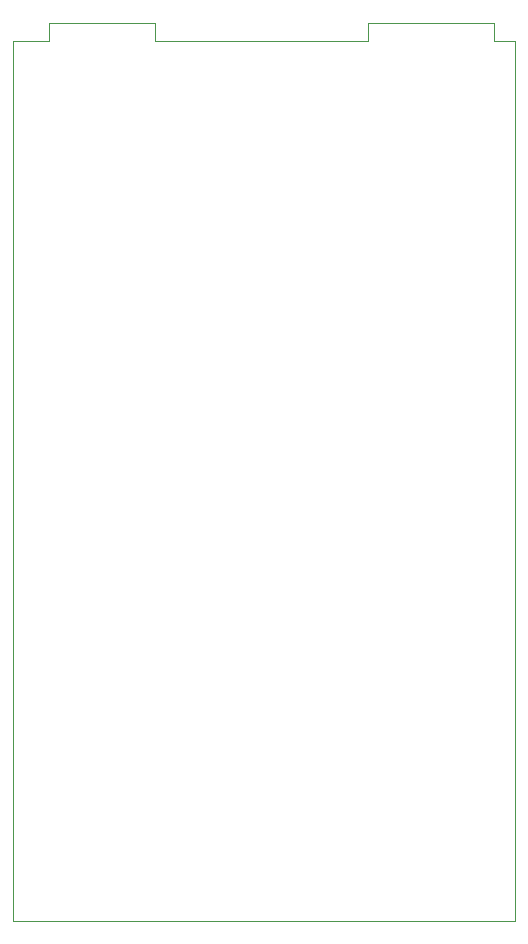
<source format=gbr>
%TF.GenerationSoftware,KiCad,Pcbnew,6.0.5+dfsg-1*%
%TF.CreationDate,2022-06-12T19:51:08+08:00*%
%TF.ProjectId,pbf-mainpcb,7062662d-6d61-4696-9e70-63622e6b6963,rev?*%
%TF.SameCoordinates,Original*%
%TF.FileFunction,Profile,NP*%
%FSLAX46Y46*%
G04 Gerber Fmt 4.6, Leading zero omitted, Abs format (unit mm)*
G04 Created by KiCad (PCBNEW 6.0.5+dfsg-1) date 2022-06-12 19:51:08*
%MOMM*%
%LPD*%
G01*
G04 APERTURE LIST*
%TA.AperFunction,Profile*%
%ADD10C,0.100000*%
%TD*%
G04 APERTURE END LIST*
D10*
X180000000Y-38500000D02*
X190750000Y-38500000D01*
X180000000Y-38500000D02*
X180000000Y-40000000D01*
X153000000Y-40000000D02*
X153000000Y-38500000D01*
X190750000Y-40000000D02*
X190750000Y-38500000D01*
X150000000Y-40000000D02*
X150000000Y-114500000D01*
X192500000Y-40000000D02*
X190750000Y-40000000D01*
X153000000Y-38500000D02*
X162000000Y-38500000D01*
X150000000Y-40000000D02*
X153000000Y-40000000D01*
X150000000Y-114500000D02*
X192500000Y-114500000D01*
X162000000Y-40000000D02*
X180000000Y-40000000D01*
X192500000Y-114500000D02*
X192500000Y-40000000D01*
X162000000Y-38500000D02*
X162000000Y-40000000D01*
M02*

</source>
